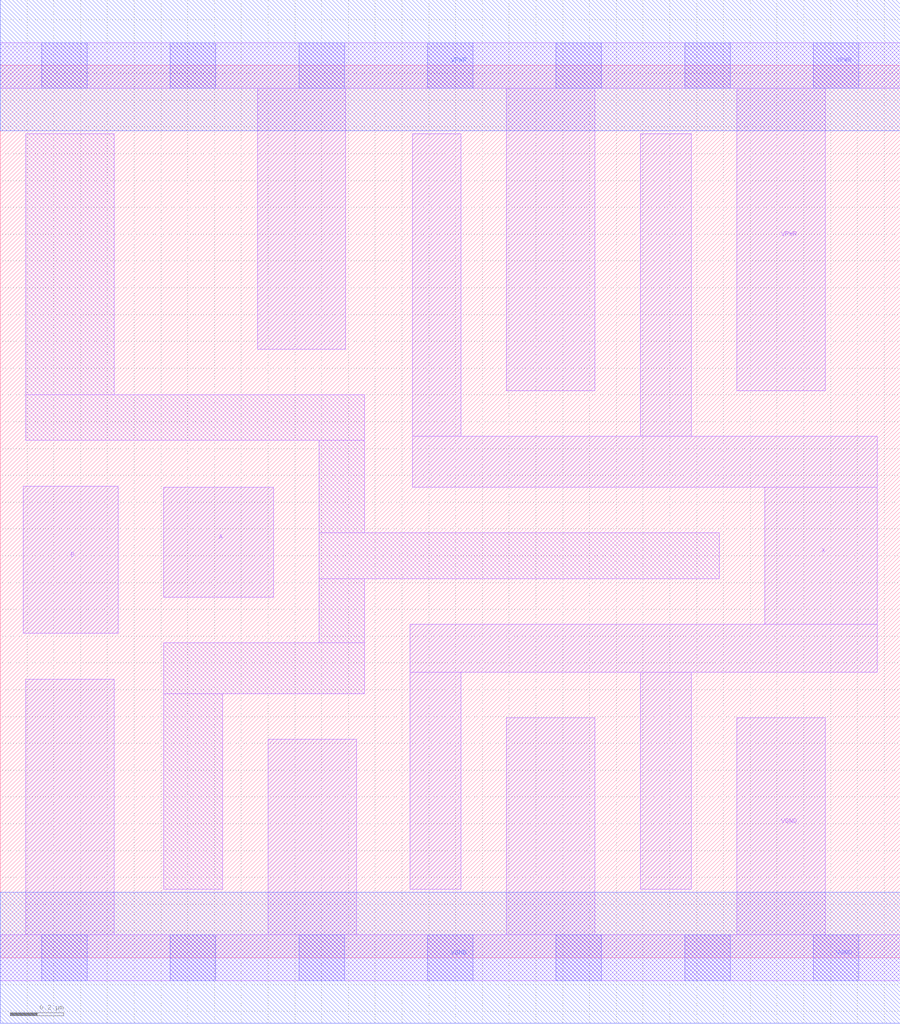
<source format=lef>
# Copyright 2020 The SkyWater PDK Authors
#
# Licensed under the Apache License, Version 2.0 (the "License");
# you may not use this file except in compliance with the License.
# You may obtain a copy of the License at
#
#     https://www.apache.org/licenses/LICENSE-2.0
#
# Unless required by applicable law or agreed to in writing, software
# distributed under the License is distributed on an "AS IS" BASIS,
# WITHOUT WARRANTIES OR CONDITIONS OF ANY KIND, either express or implied.
# See the License for the specific language governing permissions and
# limitations under the License.
#
# SPDX-License-Identifier: Apache-2.0

VERSION 5.7 ;
  NAMESCASESENSITIVE ON ;
  NOWIREEXTENSIONATPIN ON ;
  DIVIDERCHAR "/" ;
  BUSBITCHARS "[]" ;
UNITS
  DATABASE MICRONS 200 ;
END UNITS
MACRO sky130_fd_sc_lp__or2_4
  CLASS CORE ;
  SOURCE USER ;
  FOREIGN sky130_fd_sc_lp__or2_4 ;
  ORIGIN  0.000000  0.000000 ;
  SIZE  3.360000 BY  3.330000 ;
  SYMMETRY X Y R90 ;
  SITE unit ;
  PIN A
    ANTENNAGATEAREA  0.315000 ;
    DIRECTION INPUT ;
    USE SIGNAL ;
    PORT
      LAYER li1 ;
        RECT 0.610000 1.345000 1.020000 1.755000 ;
    END
  END A
  PIN B
    ANTENNAGATEAREA  0.315000 ;
    DIRECTION INPUT ;
    USE SIGNAL ;
    PORT
      LAYER li1 ;
        RECT 0.085000 1.210000 0.440000 1.760000 ;
    END
  END B
  PIN X
    ANTENNADIFFAREA  1.176000 ;
    DIRECTION OUTPUT ;
    USE SIGNAL ;
    PORT
      LAYER li1 ;
        RECT 1.530000 0.255000 1.720000 1.065000 ;
        RECT 1.530000 1.065000 3.275000 1.245000 ;
        RECT 1.540000 1.755000 3.275000 1.945000 ;
        RECT 1.540000 1.945000 1.720000 3.075000 ;
        RECT 2.390000 0.255000 2.580000 1.065000 ;
        RECT 2.390000 1.945000 2.580000 3.075000 ;
        RECT 2.855000 1.245000 3.275000 1.755000 ;
    END
  END X
  PIN VGND
    DIRECTION INOUT ;
    USE GROUND ;
    PORT
      LAYER li1 ;
        RECT 0.000000 -0.085000 3.360000 0.085000 ;
        RECT 0.095000  0.085000 0.425000 1.040000 ;
        RECT 1.000000  0.085000 1.330000 0.815000 ;
        RECT 1.890000  0.085000 2.220000 0.895000 ;
        RECT 2.750000  0.085000 3.080000 0.895000 ;
      LAYER mcon ;
        RECT 0.155000 -0.085000 0.325000 0.085000 ;
        RECT 0.635000 -0.085000 0.805000 0.085000 ;
        RECT 1.115000 -0.085000 1.285000 0.085000 ;
        RECT 1.595000 -0.085000 1.765000 0.085000 ;
        RECT 2.075000 -0.085000 2.245000 0.085000 ;
        RECT 2.555000 -0.085000 2.725000 0.085000 ;
        RECT 3.035000 -0.085000 3.205000 0.085000 ;
      LAYER met1 ;
        RECT 0.000000 -0.245000 3.360000 0.245000 ;
    END
  END VGND
  PIN VPWR
    DIRECTION INOUT ;
    USE POWER ;
    PORT
      LAYER li1 ;
        RECT 0.000000 3.245000 3.360000 3.415000 ;
        RECT 0.960000 2.270000 1.290000 3.245000 ;
        RECT 1.890000 2.115000 2.220000 3.245000 ;
        RECT 2.750000 2.115000 3.080000 3.245000 ;
      LAYER mcon ;
        RECT 0.155000 3.245000 0.325000 3.415000 ;
        RECT 0.635000 3.245000 0.805000 3.415000 ;
        RECT 1.115000 3.245000 1.285000 3.415000 ;
        RECT 1.595000 3.245000 1.765000 3.415000 ;
        RECT 2.075000 3.245000 2.245000 3.415000 ;
        RECT 2.555000 3.245000 2.725000 3.415000 ;
        RECT 3.035000 3.245000 3.205000 3.415000 ;
      LAYER met1 ;
        RECT 0.000000 3.085000 3.360000 3.575000 ;
    END
  END VPWR
  OBS
    LAYER li1 ;
      RECT 0.095000 1.930000 1.360000 2.100000 ;
      RECT 0.095000 2.100000 0.425000 3.075000 ;
      RECT 0.610000 0.255000 0.830000 0.985000 ;
      RECT 0.610000 0.985000 1.360000 1.175000 ;
      RECT 1.190000 1.175000 1.360000 1.415000 ;
      RECT 1.190000 1.415000 2.685000 1.585000 ;
      RECT 1.190000 1.585000 1.360000 1.930000 ;
  END
END sky130_fd_sc_lp__or2_4

</source>
